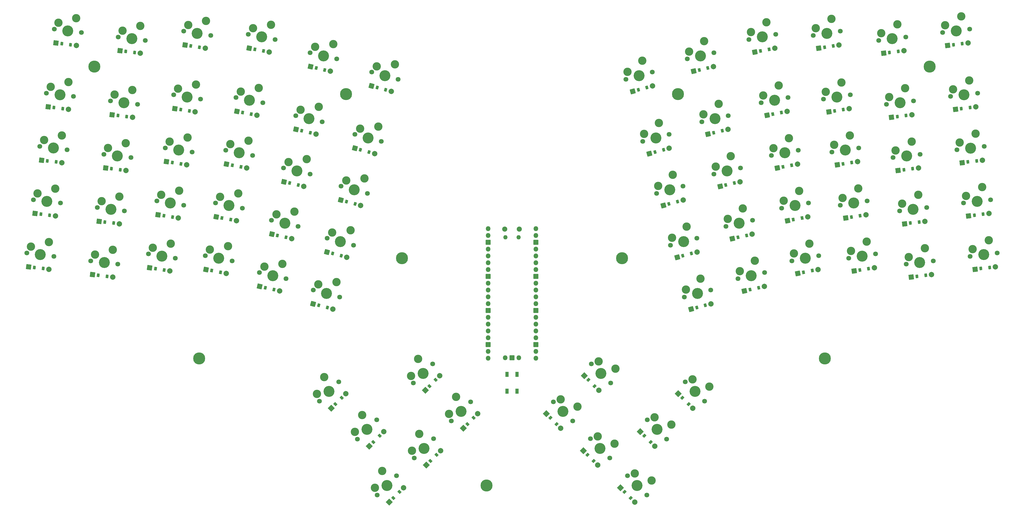
<source format=gbr>
%TF.GenerationSoftware,KiCad,Pcbnew,8.0.6*%
%TF.CreationDate,2024-12-18T16:48:01-08:00*%
%TF.ProjectId,gundamBowtie,67756e64-616d-4426-9f77-7469652e6b69,v1.0.0*%
%TF.SameCoordinates,Original*%
%TF.FileFunction,Soldermask,Top*%
%TF.FilePolarity,Negative*%
%FSLAX46Y46*%
G04 Gerber Fmt 4.6, Leading zero omitted, Abs format (unit mm)*
G04 Created by KiCad (PCBNEW 8.0.6) date 2024-12-18 16:48:01*
%MOMM*%
%LPD*%
G01*
G04 APERTURE LIST*
G04 Aperture macros list*
%AMRoundRect*
0 Rectangle with rounded corners*
0 $1 Rounding radius*
0 $2 $3 $4 $5 $6 $7 $8 $9 X,Y pos of 4 corners*
0 Add a 4 corners polygon primitive as box body*
4,1,4,$2,$3,$4,$5,$6,$7,$8,$9,$2,$3,0*
0 Add four circle primitives for the rounded corners*
1,1,$1+$1,$2,$3*
1,1,$1+$1,$4,$5*
1,1,$1+$1,$6,$7*
1,1,$1+$1,$8,$9*
0 Add four rect primitives between the rounded corners*
20,1,$1+$1,$2,$3,$4,$5,0*
20,1,$1+$1,$4,$5,$6,$7,0*
20,1,$1+$1,$6,$7,$8,$9,0*
20,1,$1+$1,$8,$9,$2,$3,0*%
G04 Aperture macros list end*
%ADD10RoundRect,0.050000X0.000000X-1.257236X1.257236X0.000000X0.000000X1.257236X-1.257236X0.000000X0*%
%ADD11RoundRect,0.050000X0.106066X-0.742462X0.742462X-0.106066X-0.106066X0.742462X-0.742462X0.106066X0*%
%ADD12C,2.005000*%
%ADD13C,1.801800*%
%ADD14C,3.100000*%
%ADD15C,4.087800*%
%ADD16RoundRect,0.050000X-1.257236X0.000000X0.000000X-1.257236X1.257236X0.000000X0.000000X1.257236X0*%
%ADD17RoundRect,0.050000X-0.742462X-0.106066X-0.106066X-0.742462X0.742462X0.106066X0.106066X0.742462X0*%
%ADD18RoundRect,0.050000X-0.990715X-0.774032X0.774032X-0.990715X0.990715X0.774032X-0.774032X0.990715X0*%
%ADD19RoundRect,0.050000X-0.519767X-0.540686X0.373524X-0.650369X0.519767X0.540686X-0.373524X0.650369X0*%
%ADD20RoundRect,0.050000X-1.017125X-0.738985X0.738985X-1.017125X1.017125X0.738985X-0.738985X1.017125X0*%
%ADD21RoundRect,0.050000X-0.538320X-0.522217X0.350599X-0.663009X0.538320X0.522217X-0.350599X0.663009X0*%
%ADD22RoundRect,0.050000X-1.042296X-0.703037X0.703037X-1.042296X1.042296X0.703037X-0.703037X1.042296X0*%
%ADD23RoundRect,0.050000X-0.556218X-0.503112X0.327247X-0.674840X0.556218X0.503112X-0.327247X0.674840X0*%
%ADD24RoundRect,0.050000X-0.703037X-1.042296X1.042296X-0.703037X0.703037X1.042296X-1.042296X0.703037X0*%
%ADD25RoundRect,0.050000X-0.327247X-0.674840X0.556218X-0.503112X0.327247X0.674840X-0.556218X0.503112X0*%
%ADD26O,1.800000X1.800000*%
%ADD27RoundRect,0.050000X-0.850000X-0.850000X0.850000X-0.850000X0.850000X0.850000X-0.850000X0.850000X0*%
%ADD28O,1.900000X1.900000*%
%ADD29O,1.600000X1.600000*%
%ADD30RoundRect,0.050000X-1.088798X-0.628618X0.628618X-1.088798X1.088798X0.628618X-0.628618X1.088798X0*%
%ADD31RoundRect,0.050000X-0.589958X-0.463087X0.279375X-0.696024X0.589958X0.463087X-0.279375X0.696024X0*%
%ADD32RoundRect,0.050000X-0.774032X-0.990715X0.990715X-0.774032X0.774032X0.990715X-0.990715X0.774032X0*%
%ADD33RoundRect,0.050000X-0.373524X-0.650369X0.519767X-0.540686X0.373524X0.650369X-0.519767X0.540686X0*%
%ADD34RoundRect,0.050000X-0.666234X-1.066196X1.066196X-0.666234X0.666234X1.066196X-1.066196X0.666234X0*%
%ADD35RoundRect,0.050000X-0.303496X-0.685850X0.573437X-0.483394X0.303496X0.685850X-0.573437X0.483394X0*%
%ADD36C,0.800000*%
%ADD37C,4.500000*%
%ADD38RoundRect,0.050000X-0.738985X-1.017125X1.017125X-0.738985X0.738985X1.017125X-1.017125X0.738985X0*%
%ADD39RoundRect,0.050000X-0.350599X-0.663009X0.538320X-0.522217X0.350599X0.663009X-0.538320X0.522217X0*%
%ADD40RoundRect,0.050000X-0.628618X-1.088798X1.088798X-0.628618X0.628618X1.088798X-1.088798X0.628618X0*%
%ADD41RoundRect,0.050000X-0.279375X-0.696024X0.589958X-0.463087X0.279375X0.696024X-0.589958X0.463087X0*%
%ADD42RoundRect,0.050000X-1.066196X-0.666234X0.666234X-1.066196X1.066196X0.666234X-0.666234X1.066196X0*%
%ADD43RoundRect,0.050000X-0.573437X-0.483394X0.303496X-0.685850X0.573437X0.483394X-0.303496X0.685850X0*%
%ADD44RoundRect,0.050000X-0.550000X0.900000X-0.550000X-0.900000X0.550000X-0.900000X0.550000X0.900000X0*%
G04 APERTURE END LIST*
D10*
%TO.C,D34*%
X162183448Y-233057988D03*
D11*
X163710795Y-231530634D03*
X166044247Y-229197180D03*
D12*
X167571594Y-227669826D03*
%TD*%
D13*
%TO.C,S52*%
X312172762Y-143173675D03*
D14*
X312934768Y-140438016D03*
D15*
X317159427Y-142204366D03*
D14*
X318683451Y-136733044D03*
D13*
X322146092Y-141235057D03*
%TD*%
%TO.C,S66*%
X250362686Y-75515158D03*
D14*
X250932018Y-72733015D03*
D15*
X255269596Y-74200360D03*
D14*
X256408246Y-68636051D03*
D13*
X260176506Y-72885562D03*
%TD*%
D16*
%TO.C,D71*%
X234478135Y-213881267D03*
D17*
X236005489Y-215408614D03*
X238338943Y-217742066D03*
D12*
X239866297Y-219269413D03*
%TD*%
D18*
%TO.C,D8*%
X56577332Y-108588468D03*
D19*
X58721230Y-108851702D03*
X61996636Y-109253870D03*
D12*
X64140534Y-109517104D03*
%TD*%
D20*
%TO.C,D12*%
X76129728Y-125977093D03*
D21*
X78263140Y-126314988D03*
X81522500Y-126831226D03*
D12*
X83655912Y-127169121D03*
%TD*%
D13*
%TO.C,S12*%
X75657545Y-120839953D03*
D14*
X77309254Y-118529889D03*
D15*
X80674998Y-121634635D03*
D14*
X83978416Y-117014521D03*
D13*
X85692451Y-122429317D03*
%TD*%
D22*
%TO.C,D18*%
X101617200Y-107120422D03*
D23*
X103737517Y-107532561D03*
X106976883Y-108162241D03*
D12*
X109097200Y-108574380D03*
%TD*%
D24*
%TO.C,D55*%
X302924937Y-88941812D03*
D25*
X305045250Y-88529673D03*
X308284622Y-87900005D03*
D12*
X310404935Y-87487866D03*
%TD*%
D13*
%TO.C,S27*%
X139097372Y-134704771D03*
D14*
X140981495Y-132580012D03*
D15*
X144004273Y-136019571D03*
D14*
X147772528Y-131770067D03*
D13*
X148911174Y-137334371D03*
%TD*%
D26*
%TO.C,_1*%
X210459144Y-179238110D03*
D27*
X207919158Y-179238108D03*
D26*
X205379148Y-179238123D03*
X216809144Y-131208111D03*
X216809147Y-133748113D03*
D27*
X216809160Y-136288107D03*
D26*
X216809148Y-138828099D03*
X216809153Y-141368114D03*
X216809146Y-143908108D03*
X216809147Y-146448106D03*
D27*
X216809142Y-148988114D03*
D26*
X216809145Y-151528110D03*
X216809148Y-154068102D03*
X216809143Y-156608112D03*
X216809143Y-159148111D03*
D27*
X216809154Y-161688111D03*
D26*
X216809149Y-164228110D03*
X216809147Y-166768115D03*
X216809149Y-169308103D03*
X216809150Y-171848107D03*
D27*
X216809127Y-174388118D03*
D26*
X216809143Y-176928106D03*
X216809147Y-179468111D03*
X199029148Y-179468107D03*
X199029145Y-176928105D03*
D27*
X199029132Y-174388111D03*
D26*
X199029144Y-171848119D03*
X199029139Y-169308104D03*
X199029146Y-166768110D03*
X199029145Y-164228112D03*
D27*
X199029150Y-161688104D03*
D26*
X199029147Y-159148108D03*
X199029144Y-156608116D03*
X199029149Y-154068106D03*
X199029149Y-151528107D03*
D27*
X199029138Y-148988107D03*
D26*
X199029143Y-146448108D03*
X199029145Y-143908103D03*
X199029143Y-141368115D03*
X199029142Y-138828111D03*
D27*
X199029165Y-136288100D03*
D26*
X199029149Y-133748112D03*
X199029145Y-131208107D03*
D28*
X210644156Y-131338118D03*
D29*
X210344141Y-134368107D03*
X205494142Y-134368111D03*
D28*
X205194158Y-131338107D03*
%TD*%
D13*
%TO.C,S46*%
X344465663Y-61037099D03*
D14*
X345416636Y-58361260D03*
D15*
X349507786Y-60418005D03*
D14*
X351409758Y-55066315D03*
D13*
X354549909Y-59798911D03*
%TD*%
%TO.C,S28*%
X144273764Y-115386260D03*
D14*
X146157887Y-113261501D03*
D15*
X149180665Y-116701060D03*
D14*
X152948920Y-112451556D03*
D13*
X154087566Y-118015860D03*
%TD*%
%TO.C,S2*%
X29667663Y-120397054D03*
D14*
X31237738Y-118030757D03*
D15*
X34709790Y-121016146D03*
D14*
X37849954Y-116283559D03*
D13*
X39751917Y-121635238D03*
%TD*%
D30*
%TO.C,D28*%
X144206372Y-120544585D03*
D31*
X146292772Y-121103624D03*
X149480322Y-121957746D03*
D12*
X151566722Y-122516785D03*
%TD*%
D32*
%TO.C,D39*%
X375518842Y-106592271D03*
D33*
X377662735Y-106329028D03*
X380938155Y-105926862D03*
D12*
X383082048Y-105663619D03*
%TD*%
D13*
%TO.C,S11*%
X72528882Y-140593772D03*
D14*
X74180591Y-138283708D03*
D15*
X77546335Y-141388454D03*
D14*
X80849753Y-136768340D03*
D13*
X82563788Y-142183136D03*
%TD*%
D18*
%TO.C,D4*%
X35193599Y-85812684D03*
D19*
X37337497Y-86075918D03*
X40612903Y-86478086D03*
D12*
X42756801Y-86741320D03*
%TD*%
D13*
%TO.C,S47*%
X333274538Y-142183095D03*
D14*
X334131536Y-139475695D03*
D15*
X338291982Y-141388412D03*
D14*
X340006026Y-135973606D03*
D13*
X343309426Y-140593729D03*
%TD*%
%TO.C,S45*%
X347390519Y-84858232D03*
D14*
X348341492Y-82182393D03*
D15*
X352432642Y-84239138D03*
D14*
X354334614Y-78887448D03*
D13*
X357474765Y-83620044D03*
%TD*%
D10*
%TO.C,D36*%
X189760651Y-205480852D03*
D11*
X191287998Y-203953498D03*
X193621450Y-201620044D03*
D12*
X195148797Y-200092690D03*
%TD*%
D34*
%TO.C,D58*%
X289935682Y-134906909D03*
D35*
X292040319Y-134421013D03*
X295255741Y-133678677D03*
D12*
X297360378Y-133192781D03*
%TD*%
D18*
%TO.C,D10*%
X61939597Y-64916422D03*
D19*
X64083495Y-65179656D03*
X67358901Y-65581824D03*
D12*
X69502799Y-65845058D03*
%TD*%
D13*
%TO.C,S72*%
X223327057Y-195659144D03*
D14*
X226021135Y-194761113D03*
D15*
X226919154Y-199251243D03*
D14*
X232307319Y-197455187D03*
D13*
X230511251Y-202843342D03*
%TD*%
%TO.C,S30*%
X155661797Y-72885505D03*
D14*
X157545920Y-70760746D03*
D15*
X160568698Y-74200305D03*
D14*
X164336953Y-69950801D03*
D13*
X165475599Y-75515105D03*
%TD*%
%TO.C,S7*%
X53488793Y-123321856D03*
D14*
X55058868Y-120955559D03*
D15*
X58530920Y-123940948D03*
D14*
X61671084Y-119208361D03*
D13*
X63573047Y-124560040D03*
%TD*%
D32*
%TO.C,D41*%
X370156603Y-62920214D03*
D33*
X372300496Y-62656971D03*
X375575916Y-62254805D03*
D12*
X377719809Y-61991562D03*
%TD*%
D13*
%TO.C,S15*%
X85669336Y-57627919D03*
D14*
X87321045Y-55317855D03*
D15*
X90686789Y-58422601D03*
D14*
X93990207Y-53802487D03*
D13*
X95704242Y-59217283D03*
%TD*%
%TO.C,S59*%
X283074422Y-110833328D03*
D14*
X283740500Y-108072747D03*
D15*
X288024232Y-109690581D03*
D14*
X289356380Y-104169402D03*
D13*
X292974042Y-108547834D03*
%TD*%
D32*
%TO.C,D42*%
X356572503Y-149218954D03*
D33*
X358716396Y-148955711D03*
X361991816Y-148553545D03*
D12*
X364135709Y-148290302D03*
%TD*%
D13*
%TO.C,S16*%
X93692183Y-141235051D03*
D14*
X95423496Y-138984041D03*
D15*
X98678845Y-142204360D03*
D14*
X102141488Y-137702351D03*
D13*
X103665507Y-143173669D03*
%TD*%
D18*
%TO.C,D2*%
X30318832Y-125514531D03*
D19*
X32462730Y-125777765D03*
X35738136Y-126179933D03*
D12*
X37882034Y-126443167D03*
%TD*%
D24*
%TO.C,D52*%
X314373483Y-147839441D03*
D25*
X316493796Y-147427302D03*
X319733168Y-146797634D03*
D12*
X321853481Y-146385495D03*
%TD*%
D16*
%TO.C,D68*%
X269833451Y-192668066D03*
D17*
X271360805Y-194195413D03*
X273694259Y-196528865D03*
D12*
X275221613Y-198056212D03*
%TD*%
D13*
%TO.C,S32*%
X136183138Y-195418697D03*
D14*
X135285107Y-192724619D03*
D15*
X139775237Y-191826600D03*
D14*
X137979181Y-186438435D03*
D13*
X143367336Y-188234503D03*
%TD*%
D30*
%TO.C,D30*%
X155594407Y-78043884D03*
D31*
X157680807Y-78602923D03*
X160868357Y-79457045D03*
D12*
X162954757Y-80016084D03*
%TD*%
D32*
%TO.C,D40*%
X373081491Y-86741308D03*
D33*
X375225384Y-86478065D03*
X378500804Y-86075899D03*
D12*
X380644697Y-85812656D03*
%TD*%
D32*
%TO.C,D43*%
X354135141Y-129368063D03*
D33*
X356279034Y-129104820D03*
X359554454Y-128702654D03*
D12*
X361698347Y-128439411D03*
%TD*%
D18*
%TO.C,D1*%
X27881439Y-145365428D03*
D19*
X30025337Y-145628662D03*
X33300743Y-146030830D03*
D12*
X35444641Y-146294064D03*
%TD*%
D13*
%TO.C,S53*%
X308356596Y-123541124D03*
D14*
X309118602Y-120805465D03*
D15*
X313343261Y-122571815D03*
D14*
X314867285Y-117100493D03*
D13*
X318329926Y-121602506D03*
%TD*%
D36*
%TO.C,_3*%
X361838610Y-70994100D03*
X362460477Y-72093235D03*
X362176102Y-69777174D03*
X363677403Y-72430727D03*
D37*
X363476320Y-70793017D03*
D36*
X363275237Y-69155307D03*
X364776538Y-71808860D03*
X364492163Y-69492799D03*
X365114030Y-70591934D03*
%TD*%
D13*
%TO.C,S51*%
X320134052Y-59217320D03*
D14*
X320991050Y-56509920D03*
D15*
X325151496Y-58422637D03*
D14*
X326865540Y-53007831D03*
D13*
X330168940Y-57627954D03*
%TD*%
%TO.C,S25*%
X132762162Y-65675536D03*
D14*
X134570977Y-63486318D03*
D15*
X137711956Y-66818290D03*
D14*
X141329609Y-62439864D03*
D13*
X142661750Y-67961044D03*
%TD*%
D32*
%TO.C,D45*%
X349260365Y-89666168D03*
D33*
X351404258Y-89402925D03*
X354679678Y-89000759D03*
D12*
X356823571Y-88737516D03*
%TD*%
D36*
%TO.C,_8*%
X165351189Y-141739499D03*
X165516016Y-142991558D03*
X166119966Y-140737612D03*
X167372025Y-140572785D03*
D37*
X166944964Y-142166560D03*
D36*
X166517903Y-143760335D03*
X167769962Y-143595508D03*
X168373912Y-141341562D03*
X168538739Y-142593621D03*
%TD*%
D13*
%TO.C,S67*%
X258328855Y-202376641D03*
D14*
X261022933Y-201478610D03*
D15*
X261920952Y-205968740D03*
D14*
X267309117Y-204172684D03*
D13*
X265513049Y-209560839D03*
%TD*%
D32*
%TO.C,D38*%
X377956267Y-126443168D03*
D33*
X380100160Y-126179925D03*
X383375580Y-125777759D03*
D12*
X385519473Y-125514516D03*
%TD*%
D13*
%TO.C,S22*%
X118365219Y-128035248D03*
D14*
X120174034Y-125846030D03*
D15*
X123315013Y-129178002D03*
D14*
X126932666Y-124799576D03*
D13*
X128264807Y-130320756D03*
%TD*%
D38*
%TO.C,D51*%
X322170573Y-63957022D03*
D39*
X324303976Y-63619136D03*
X327563350Y-63102904D03*
D12*
X329696753Y-62765018D03*
%TD*%
D40*
%TO.C,D63*%
X269447966Y-141835308D03*
D41*
X271534367Y-141276255D03*
X274721921Y-140422153D03*
D12*
X276808322Y-139863100D03*
%TD*%
D13*
%TO.C,S56*%
X296144831Y-60716993D03*
D14*
X296906837Y-57981334D03*
D15*
X301131496Y-59747684D03*
D14*
X302655520Y-54276362D03*
D13*
X306118161Y-58778375D03*
%TD*%
D42*
%TO.C,D22*%
X118477945Y-133192776D03*
D43*
X120582580Y-133678668D03*
X123798018Y-134421016D03*
D12*
X125902653Y-134906908D03*
%TD*%
D13*
%TO.C,S23*%
X122864262Y-108547853D03*
D14*
X124673077Y-106358635D03*
D15*
X127814056Y-109690607D03*
D14*
X131431709Y-105312181D03*
D13*
X132763850Y-110833361D03*
%TD*%
%TO.C,S50*%
X323888487Y-82921837D03*
D14*
X324745485Y-80214437D03*
D15*
X328905931Y-82127154D03*
D14*
X330619975Y-76712348D03*
D13*
X333923375Y-81332471D03*
%TD*%
%TO.C,S54*%
X304540403Y-103908526D03*
D14*
X305302409Y-101172867D03*
D15*
X309527068Y-102939217D03*
D14*
X311051092Y-97467895D03*
D13*
X314513733Y-101969908D03*
%TD*%
%TO.C,S63*%
X266927130Y-137334353D03*
D14*
X267496462Y-134552210D03*
D15*
X271834040Y-136019555D03*
D14*
X272972690Y-130455246D03*
D13*
X276740950Y-134704757D03*
%TD*%
D34*
%TO.C,D60*%
X280937626Y-95932102D03*
D35*
X283042263Y-95446206D03*
X286257685Y-94703870D03*
D12*
X288362322Y-94217974D03*
%TD*%
D16*
%TO.C,D69*%
X234831694Y-185950547D03*
D17*
X236359048Y-187477894D03*
X238692502Y-189811346D03*
D12*
X240219856Y-191338693D03*
%TD*%
D13*
%TO.C,S62*%
X272103506Y-156652890D03*
D14*
X272672838Y-153870747D03*
D15*
X277010416Y-155338092D03*
D14*
X278149066Y-149773783D03*
D13*
X281917326Y-154023294D03*
%TD*%
D30*
%TO.C,D29*%
X149382713Y-101226076D03*
D31*
X151469113Y-101785115D03*
X154656663Y-102639237D03*
D12*
X156743063Y-103198276D03*
%TD*%
D13*
%TO.C,S57*%
X292072454Y-149808154D03*
D14*
X292738532Y-147047573D03*
D15*
X297022264Y-148665407D03*
D14*
X298354412Y-143144228D03*
D13*
X301972074Y-147522660D03*
%TD*%
D16*
%TO.C,D67*%
X255691310Y-206810226D03*
D17*
X257218664Y-208337573D03*
X259552118Y-210671025D03*
D12*
X261079472Y-212198372D03*
%TD*%
D13*
%TO.C,S42*%
X354702636Y-144410991D03*
D14*
X355653609Y-141735152D03*
D15*
X359744759Y-143791897D03*
D14*
X361646731Y-138440207D03*
D13*
X364786882Y-143172803D03*
%TD*%
%TO.C,S69*%
X237469159Y-181517017D03*
D14*
X240163237Y-180618986D03*
D15*
X241061256Y-185109116D03*
D14*
X246449421Y-183313060D03*
D13*
X244653353Y-188701215D03*
%TD*%
%TO.C,S43*%
X352265269Y-124560034D03*
D14*
X353216242Y-121884195D03*
D15*
X357307392Y-123940940D03*
D14*
X359209364Y-118589250D03*
D13*
X362349515Y-123321846D03*
%TD*%
%TO.C,S5*%
X47551549Y-58112256D03*
D14*
X45649586Y-52760577D03*
D15*
X42509422Y-57493164D03*
D14*
X39037370Y-54507775D03*
D13*
X37467295Y-56874072D03*
%TD*%
%TO.C,S58*%
X287573416Y-130320753D03*
D14*
X288239494Y-127560172D03*
D15*
X292523226Y-129178006D03*
D14*
X293855374Y-123656827D03*
D13*
X297473036Y-128035259D03*
%TD*%
D10*
%TO.C,D31*%
X154758799Y-212198368D03*
D11*
X156286146Y-210671014D03*
X158619598Y-208337560D03*
D12*
X160146945Y-206810206D03*
%TD*%
D30*
%TO.C,D27*%
X139030014Y-139863138D03*
D31*
X141116414Y-140422177D03*
X144303964Y-141276299D03*
D12*
X146390364Y-141835338D03*
%TD*%
D13*
%TO.C,S29*%
X149450122Y-96067736D03*
D14*
X151334245Y-93942977D03*
D15*
X154357023Y-97382536D03*
D14*
X158125278Y-93133032D03*
D13*
X159263924Y-98697336D03*
%TD*%
%TO.C,S49*%
X327017148Y-102675609D03*
D14*
X327874146Y-99968209D03*
D15*
X332034592Y-101880926D03*
D14*
X333748636Y-96466120D03*
D13*
X337052036Y-101086243D03*
%TD*%
D36*
%TO.C,_4*%
X144512588Y-80704059D03*
X144721022Y-81949597D03*
X145245943Y-79675948D03*
X146491481Y-79467514D03*
D37*
X146120307Y-81075233D03*
D36*
X145749133Y-82682952D03*
X146994671Y-82474518D03*
X147519592Y-80200869D03*
X147728026Y-81446407D03*
%TD*%
%TO.C,_9*%
X247299489Y-142593601D03*
X247464325Y-141341548D03*
X248068264Y-143595491D03*
X249320317Y-143760327D03*
D37*
X248893266Y-142166550D03*
D36*
X248466215Y-140572773D03*
X249718268Y-140737609D03*
X250322207Y-142991552D03*
X250487043Y-141739499D03*
%TD*%
D34*
%TO.C,D61*%
X275538809Y-72547253D03*
D35*
X277643446Y-72061357D03*
X280858868Y-71319021D03*
D12*
X282963505Y-70833125D03*
%TD*%
D13*
%TO.C,S19*%
X105140746Y-82337398D03*
D14*
X106872059Y-80086388D03*
D15*
X110127408Y-83306707D03*
D14*
X113590051Y-78804698D03*
D13*
X115114070Y-84276016D03*
%TD*%
D20*
%TO.C,D11*%
X73001053Y-145730843D03*
D21*
X75134465Y-146068738D03*
X78393825Y-146584976D03*
D12*
X80527237Y-146922871D03*
%TD*%
D13*
%TO.C,S35*%
X171538440Y-216631927D03*
D14*
X170640409Y-213937849D03*
D15*
X175130539Y-213039830D03*
D14*
X173334483Y-207651665D03*
D13*
X178722638Y-209447733D03*
%TD*%
D16*
%TO.C,D72*%
X220689516Y-200092698D03*
D17*
X222216870Y-201620045D03*
X224550324Y-203953497D03*
D12*
X226077678Y-205480844D03*
%TD*%
D13*
%TO.C,S38*%
X376086365Y-121635199D03*
D14*
X377037338Y-118959360D03*
D15*
X381128488Y-121016105D03*
D14*
X383030460Y-115664415D03*
D13*
X386170611Y-120397011D03*
%TD*%
D32*
%TO.C,D37*%
X380393630Y-146294086D03*
D33*
X382537523Y-146030843D03*
X385812943Y-145628677D03*
D12*
X387956836Y-145365434D03*
%TD*%
D13*
%TO.C,S24*%
X127363294Y-89060446D03*
D14*
X129172109Y-86871228D03*
D15*
X132313088Y-90203200D03*
D14*
X135930741Y-85824774D03*
D13*
X137262882Y-91345954D03*
%TD*%
%TO.C,S39*%
X373649023Y-101784297D03*
D14*
X374599996Y-99108458D03*
D15*
X378691146Y-101165203D03*
D14*
X380593118Y-95813513D03*
D13*
X383733269Y-100546109D03*
%TD*%
%TO.C,S65*%
X256574315Y-98697353D03*
D14*
X257143647Y-95915210D03*
D15*
X261481225Y-97382555D03*
D14*
X262619875Y-91818246D03*
D13*
X266388135Y-96067757D03*
%TD*%
D40*
%TO.C,D62*%
X274624307Y-161153842D03*
D41*
X276710708Y-160594789D03*
X279898262Y-159740687D03*
D12*
X281984663Y-159181634D03*
%TD*%
D38*
%TO.C,D49*%
X329053688Y-107415326D03*
D39*
X331187091Y-107077440D03*
X334446465Y-106561208D03*
D12*
X336579868Y-106223322D03*
%TD*%
D20*
%TO.C,D15*%
X86141574Y-62765044D03*
D21*
X88274986Y-63102939D03*
X91534346Y-63619177D03*
D12*
X93667758Y-63957072D03*
%TD*%
D13*
%TO.C,S34*%
X157749871Y-230420492D03*
D14*
X156851840Y-227726414D03*
D15*
X161341970Y-226828395D03*
D14*
X159545914Y-221440230D03*
D13*
X164934069Y-223236298D03*
%TD*%
%TO.C,S6*%
X51051386Y-143172844D03*
D14*
X52621461Y-140806547D03*
D15*
X56093513Y-143791936D03*
D14*
X59233677Y-139059349D03*
D13*
X61135640Y-144411028D03*
%TD*%
D36*
%TO.C,_6*%
X89808442Y-179191307D03*
X90505461Y-178138231D03*
X90060209Y-180428811D03*
X91742965Y-177886464D03*
D37*
X91428125Y-179506147D03*
D36*
X91113285Y-181125830D03*
X92796041Y-178583483D03*
X92350789Y-180874063D03*
X93047808Y-179820987D03*
%TD*%
D13*
%TO.C,S3*%
X32105038Y-100546103D03*
D14*
X33675113Y-98179806D03*
D15*
X37147165Y-101165195D03*
D14*
X40287329Y-96432608D03*
D13*
X42189292Y-101784287D03*
%TD*%
D36*
%TO.C,_2*%
X50724313Y-70591939D03*
X51061796Y-71808861D03*
X51346178Y-69492803D03*
X52563100Y-69155320D03*
D37*
X52362016Y-70793023D03*
D36*
X52160932Y-72430726D03*
X53377854Y-72093243D03*
X53662236Y-69777185D03*
X53999719Y-70994107D03*
%TD*%
D13*
%TO.C,S10*%
X61288418Y-59798927D03*
D14*
X62858493Y-57432630D03*
D15*
X66330545Y-60418019D03*
D14*
X69470709Y-55685432D03*
D13*
X71372672Y-61037111D03*
%TD*%
D22*
%TO.C,D16*%
X93984821Y-146385521D03*
D23*
X96105138Y-146797660D03*
X99344504Y-147427340D03*
D12*
X101464821Y-147839479D03*
%TD*%
D13*
%TO.C,S40*%
X371211618Y-81933340D03*
D14*
X372162591Y-79257501D03*
D15*
X376253741Y-81314246D03*
D14*
X378155713Y-75962556D03*
D13*
X381295864Y-80695152D03*
%TD*%
D38*
%TO.C,D48*%
X332182374Y-127169111D03*
D39*
X334315777Y-126831225D03*
X337575151Y-126314993D03*
D12*
X339708554Y-125977107D03*
%TD*%
D40*
%TO.C,D66*%
X252883564Y-80016084D03*
D41*
X254969965Y-79457031D03*
X258157519Y-78602929D03*
D12*
X260243920Y-78043876D03*
%TD*%
D13*
%TO.C,S17*%
X97508352Y-121602466D03*
D14*
X99239665Y-119351456D03*
D15*
X102495014Y-122571775D03*
D14*
X105957657Y-118069766D03*
D13*
X107481676Y-123541084D03*
%TD*%
%TO.C,S14*%
X81914920Y-81332421D03*
D14*
X83566629Y-79022357D03*
D15*
X86932373Y-82127103D03*
D14*
X90235791Y-77506989D03*
D13*
X91949826Y-82921785D03*
%TD*%
%TO.C,S13*%
X78786275Y-101086213D03*
D14*
X80437984Y-98776149D03*
D15*
X83803728Y-101880895D03*
D14*
X87107146Y-97260781D03*
D13*
X88821181Y-102675577D03*
%TD*%
D34*
%TO.C,D59*%
X285436669Y-115419508D03*
D35*
X287541306Y-114933612D03*
X290756728Y-114191276D03*
D12*
X292861365Y-113705380D03*
%TD*%
D13*
%TO.C,S20*%
X109720158Y-58778349D03*
D14*
X111451471Y-56527339D03*
D15*
X114706820Y-59747658D03*
D14*
X118169463Y-55245649D03*
D13*
X119693482Y-60716967D03*
%TD*%
D24*
%TO.C,D56*%
X298345539Y-65382756D03*
D25*
X300465852Y-64970617D03*
X303705224Y-64340949D03*
D12*
X305825537Y-63928810D03*
%TD*%
D13*
%TO.C,S71*%
X237115645Y-209447709D03*
D14*
X239809723Y-208549678D03*
D15*
X240707742Y-213039808D03*
D14*
X246095907Y-211243752D03*
D13*
X244299839Y-216631907D03*
%TD*%
%TO.C,S36*%
X185327034Y-202843325D03*
D14*
X184429003Y-200149247D03*
D15*
X188919133Y-199251228D03*
D14*
X187123077Y-193863063D03*
D13*
X192511232Y-195659131D03*
%TD*%
D24*
%TO.C,D54*%
X306741115Y-108574346D03*
D25*
X308861428Y-108162207D03*
X312100800Y-107532539D03*
D12*
X314221113Y-107120400D03*
%TD*%
D10*
%TO.C,D33*%
X175618453Y-191338692D03*
D11*
X177145800Y-189811338D03*
X179479252Y-187477884D03*
D12*
X181006599Y-185950530D03*
%TD*%
D13*
%TO.C,S61*%
X273176612Y-67961044D03*
D14*
X273842690Y-65200463D03*
D15*
X278126422Y-66818297D03*
D14*
X279458570Y-61297118D03*
D13*
X283076232Y-65675550D03*
%TD*%
D42*
%TO.C,D23*%
X122976965Y-113705372D03*
D43*
X125081600Y-114191264D03*
X128297038Y-114933612D03*
D12*
X130401673Y-115419504D03*
%TD*%
D13*
%TO.C,S33*%
X171184907Y-188701208D03*
D14*
X170286876Y-186007130D03*
D15*
X174777006Y-185109111D03*
D14*
X172980950Y-179720946D03*
D13*
X178369105Y-181517014D03*
%TD*%
D22*
%TO.C,D17*%
X97801032Y-126752958D03*
D23*
X99921349Y-127165097D03*
X103160715Y-127794777D03*
D12*
X105281032Y-128206916D03*
%TD*%
D13*
%TO.C,S68*%
X272470968Y-188234524D03*
D14*
X275165046Y-187336493D03*
D15*
X276063065Y-191826623D03*
D14*
X281451230Y-190030567D03*
D13*
X279655162Y-195418722D03*
%TD*%
D30*
%TO.C,D26*%
X133853628Y-159181640D03*
D31*
X135940028Y-159740679D03*
X139127578Y-160594801D03*
D12*
X141213978Y-161153840D03*
%TD*%
D13*
%TO.C,S55*%
X300724218Y-84276032D03*
D14*
X301486224Y-81540373D03*
D15*
X305710883Y-83306723D03*
D14*
X307234907Y-77835401D03*
D13*
X310697548Y-82337414D03*
%TD*%
D38*
%TO.C,D50*%
X325925008Y-87661603D03*
D39*
X328058411Y-87323717D03*
X331317785Y-86807485D03*
D12*
X333451188Y-86469599D03*
%TD*%
D24*
%TO.C,D53*%
X310557253Y-128206901D03*
D25*
X312677566Y-127794762D03*
X315916938Y-127165094D03*
D12*
X318037251Y-126752955D03*
%TD*%
D13*
%TO.C,S44*%
X349827915Y-104709155D03*
D14*
X350778888Y-102033316D03*
D15*
X354870038Y-104090061D03*
D14*
X356772010Y-98738371D03*
D13*
X359912161Y-103470967D03*
%TD*%
D10*
%TO.C,D32*%
X140616680Y-198056222D03*
D11*
X142144027Y-196528868D03*
X144477479Y-194195414D03*
D12*
X146004826Y-192668060D03*
%TD*%
D40*
%TO.C,D64*%
X264271534Y-122516761D03*
D41*
X266357935Y-121957708D03*
X269545489Y-121103606D03*
D12*
X271631890Y-120544553D03*
%TD*%
D34*
%TO.C,D57*%
X294434673Y-154394277D03*
D35*
X296539310Y-153908381D03*
X299754732Y-153166045D03*
D12*
X301859369Y-152680149D03*
%TD*%
D20*
%TO.C,D13*%
X79258424Y-106223345D03*
D21*
X81391836Y-106561240D03*
X84651196Y-107077478D03*
D12*
X86784608Y-107415373D03*
%TD*%
D32*
%TO.C,D44*%
X351697775Y-109517111D03*
D33*
X353841668Y-109253868D03*
X357117088Y-108851702D03*
D12*
X359260981Y-108588459D03*
%TD*%
D42*
%TO.C,D25*%
X132874787Y-70833088D03*
D43*
X134979422Y-71318980D03*
X138194860Y-72061328D03*
D12*
X140299495Y-72547220D03*
%TD*%
D13*
%TO.C,S70*%
X250904225Y-223236297D03*
D14*
X253598303Y-222338266D03*
D15*
X254496322Y-226828396D03*
D14*
X259884487Y-225032340D03*
D13*
X258088419Y-230420495D03*
%TD*%
%TO.C,S26*%
X133921017Y-154023286D03*
D14*
X135805140Y-151898527D03*
D15*
X138827918Y-155338086D03*
D14*
X142596173Y-151088582D03*
D13*
X143734819Y-156652886D03*
%TD*%
%TO.C,S64*%
X261750742Y-118015861D03*
D14*
X262320074Y-115233718D03*
D15*
X266657652Y-116701063D03*
D14*
X267796302Y-111136754D03*
D13*
X271564562Y-115386265D03*
%TD*%
D36*
%TO.C,_5*%
X268110280Y-81446376D03*
X268843625Y-82474487D03*
X268318712Y-80200842D03*
X269346823Y-79467497D03*
D37*
X269717991Y-81075208D03*
D36*
X270089159Y-82682919D03*
X271117270Y-81949574D03*
X270592357Y-79675929D03*
X271325702Y-80704040D03*
%TD*%
D10*
%TO.C,D35*%
X175972037Y-219269402D03*
D11*
X177499384Y-217742048D03*
X179832836Y-215408594D03*
D12*
X181360183Y-213881240D03*
%TD*%
D18*
%TO.C,D7*%
X54139941Y-128439395D03*
D19*
X56283839Y-128702629D03*
X59559245Y-129104797D03*
D12*
X61703143Y-129368031D03*
%TD*%
D13*
%TO.C,S4*%
X34542458Y-80695183D03*
D14*
X36112533Y-78328886D03*
D15*
X39584585Y-81314275D03*
D14*
X42724749Y-76581688D03*
D13*
X44626712Y-81933367D03*
%TD*%
%TO.C,S31*%
X150325274Y-209560865D03*
D14*
X149427243Y-206866787D03*
D15*
X153917373Y-205968768D03*
D14*
X152121317Y-200580603D03*
D13*
X157509472Y-202376671D03*
%TD*%
D18*
%TO.C,D9*%
X59014707Y-88737566D03*
D19*
X61158605Y-89000800D03*
X64434011Y-89402968D03*
D12*
X66577909Y-89666202D03*
%TD*%
D36*
%TO.C,_7*%
X322790496Y-179820983D03*
X323042271Y-178583482D03*
X323487515Y-180874060D03*
X324095348Y-177886463D03*
D37*
X324410182Y-179506149D03*
D36*
X324725016Y-181125835D03*
X325332849Y-178138238D03*
X325778093Y-180428816D03*
X326029868Y-179191315D03*
%TD*%
D13*
%TO.C,S8*%
X55926128Y-103470992D03*
D14*
X57496203Y-101104695D03*
D15*
X60968255Y-104090084D03*
D14*
X64108419Y-99357497D03*
D13*
X66010382Y-104709176D03*
%TD*%
D32*
%TO.C,D46*%
X346335480Y-65845098D03*
D33*
X348479373Y-65581855D03*
X351754793Y-65179689D03*
D12*
X353898686Y-64916446D03*
%TD*%
D13*
%TO.C,S60*%
X278575406Y-91345941D03*
D14*
X279241484Y-88585360D03*
D15*
X283525216Y-90203194D03*
D14*
X284857364Y-84682015D03*
D13*
X288475026Y-89060447D03*
%TD*%
D18*
%TO.C,D5*%
X38118460Y-61991564D03*
D19*
X40262358Y-62254798D03*
X43537764Y-62656966D03*
D12*
X45681662Y-62920200D03*
%TD*%
D18*
%TO.C,D6*%
X51702545Y-148290324D03*
D19*
X53846443Y-148553558D03*
X57121849Y-148955726D03*
D12*
X59265747Y-149218960D03*
%TD*%
D13*
%TO.C,S18*%
X101324572Y-101969917D03*
D14*
X103055885Y-99718907D03*
D15*
X106311234Y-102939226D03*
D14*
X109773877Y-98437217D03*
D13*
X111297896Y-103908535D03*
%TD*%
D38*
%TO.C,D47*%
X335311056Y-146922877D03*
D39*
X337444459Y-146584991D03*
X340703833Y-146068759D03*
D12*
X342837236Y-145730873D03*
%TD*%
D13*
%TO.C,S37*%
X378523759Y-141486122D03*
D14*
X379474732Y-138810283D03*
D15*
X383565882Y-140867028D03*
D14*
X385467854Y-135515338D03*
D13*
X388608005Y-140247934D03*
%TD*%
%TO.C,S1*%
X27230314Y-140247954D03*
D14*
X28800389Y-137881657D03*
D15*
X32272441Y-140867046D03*
D14*
X35412605Y-136134459D03*
D13*
X37314568Y-141486138D03*
%TD*%
D18*
%TO.C,D3*%
X32756238Y-105663626D03*
D19*
X34900136Y-105926860D03*
X38175542Y-106329028D03*
D12*
X40319440Y-106592262D03*
%TD*%
D20*
%TO.C,D14*%
X82387141Y-86469571D03*
D21*
X84520553Y-86807466D03*
X87779913Y-87323704D03*
D12*
X89913325Y-87661599D03*
%TD*%
D16*
%TO.C,D70*%
X248266688Y-227669847D03*
D17*
X249794042Y-229197194D03*
X252127496Y-231530646D03*
D12*
X253654850Y-233057993D03*
%TD*%
D42*
%TO.C,D24*%
X127475966Y-94217974D03*
D43*
X129580601Y-94703866D03*
X132796039Y-95446214D03*
D12*
X134900674Y-95932106D03*
%TD*%
D42*
%TO.C,D21*%
X113978861Y-152680159D03*
D43*
X116083496Y-153166051D03*
X119298934Y-153908399D03*
D12*
X121403569Y-154394291D03*
%TD*%
D22*
%TO.C,D20*%
X110012793Y-63928795D03*
D23*
X112133110Y-64340934D03*
X115372476Y-64970614D03*
D12*
X117492793Y-65382753D03*
%TD*%
D13*
%TO.C,S41*%
X368286754Y-58112244D03*
D14*
X369237727Y-55436405D03*
D15*
X373328877Y-57493150D03*
D14*
X375230849Y-52141460D03*
D13*
X378371000Y-56874056D03*
%TD*%
D36*
%TO.C,_10*%
X196769122Y-226828436D03*
X197252404Y-227995160D03*
X197252403Y-225661707D03*
X198419127Y-225178425D03*
D37*
X198419130Y-226828433D03*
D36*
X198419133Y-228478441D03*
X199585857Y-227995159D03*
X199585856Y-225661706D03*
X200069138Y-226828430D03*
%TD*%
D40*
%TO.C,D65*%
X259095138Y-103198289D03*
D41*
X261181539Y-102639236D03*
X264369093Y-101785134D03*
D12*
X266455494Y-101226081D03*
%TD*%
D13*
%TO.C,S21*%
X113866215Y-147522650D03*
D14*
X115675030Y-145333432D03*
D15*
X118816009Y-148665404D03*
D14*
X122433662Y-144286978D03*
D13*
X123765803Y-149808158D03*
%TD*%
%TO.C,S9*%
X58363535Y-83620045D03*
D14*
X59933610Y-81253748D03*
D15*
X63405662Y-84239137D03*
D14*
X66545826Y-79506550D03*
D13*
X68447789Y-84858229D03*
%TD*%
D22*
%TO.C,D19*%
X105433376Y-87487842D03*
D23*
X107553693Y-87899981D03*
X110793059Y-88529661D03*
D12*
X112913376Y-88941800D03*
%TD*%
D13*
%TO.C,S48*%
X330145860Y-122429334D03*
D14*
X331002858Y-119721934D03*
D15*
X335163304Y-121634651D03*
D14*
X336877348Y-116219845D03*
D13*
X340180748Y-120839968D03*
%TD*%
D44*
%TO.C,B1*%
X209769148Y-185488065D03*
X209769136Y-191688068D03*
X206069146Y-185488066D03*
X206069134Y-191688069D03*
%TD*%
M02*

</source>
